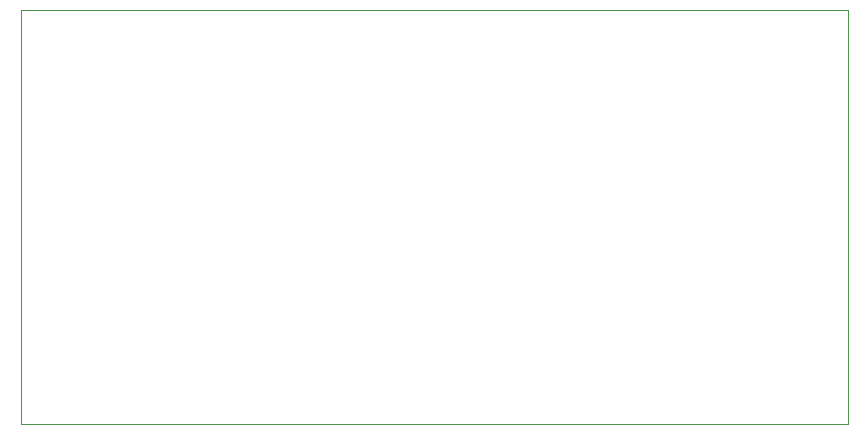
<source format=gbr>
%TF.GenerationSoftware,Altium Limited,Altium Designer,24.2.2 (26)*%
G04 Layer_Color=0*
%FSLAX45Y45*%
%MOMM*%
%TF.SameCoordinates,E0A11F65-F641-4799-B4C3-4BD4810D80D2*%
%TF.FilePolarity,Positive*%
%TF.FileFunction,Profile,NP*%
%TF.Part,Single*%
G01*
G75*
%TA.AperFunction,Profile*%
%ADD94C,0.02540*%
D94*
X2550000Y9200000D02*
Y12700000D01*
X9550000D01*
Y9200000D01*
X2550000D01*
%TF.MD5,92d05918f9d29d8471d9e468bead9d5a*%
M02*

</source>
